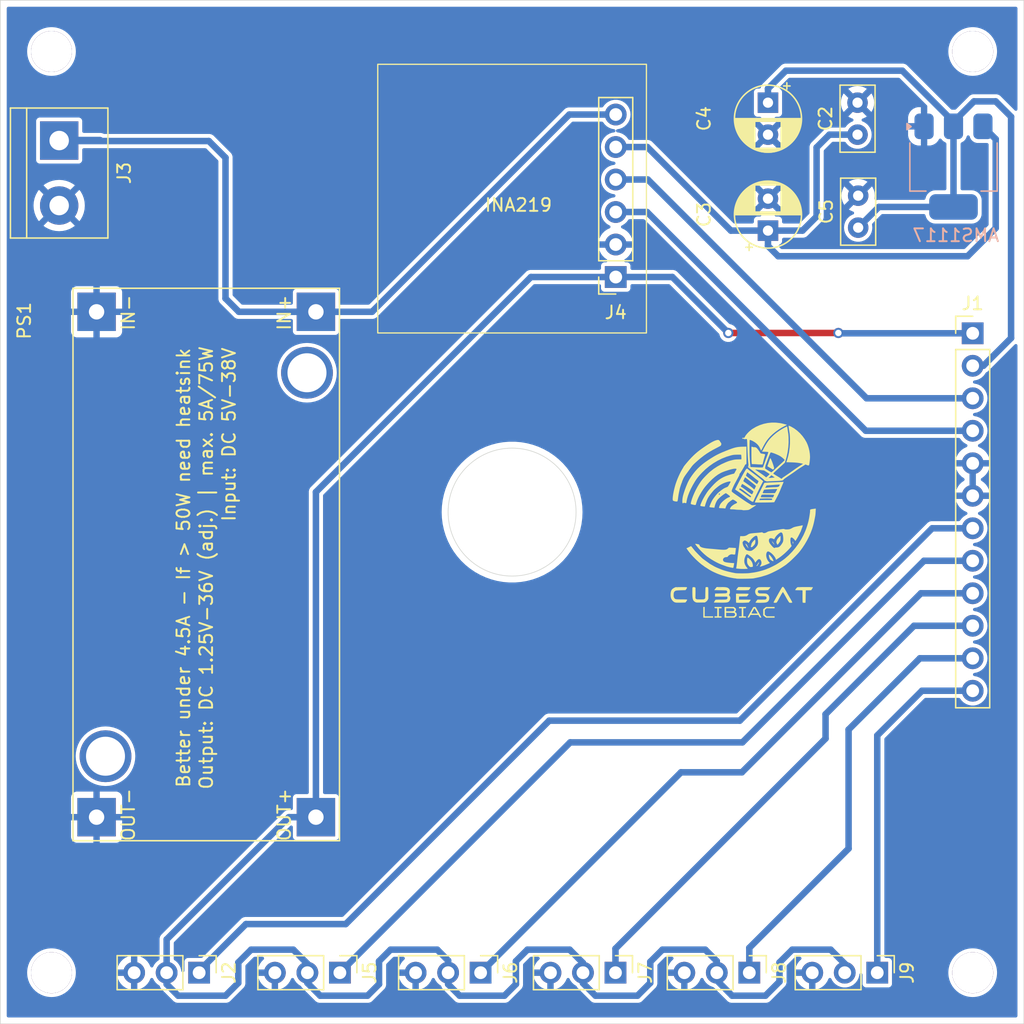
<source format=kicad_pcb>
(kicad_pcb (version 20240108) (generator "pcbnew") (generator_version "8.0")
  (layers (0 "F.Cu" signal) (31 "B.Cu" signal) (34 "B.Paste" user) (35 "F.Paste" user) (36 "B.SilkS" user "B.Silkscreen") (37 "F.SilkS" user "F.Silkscreen") (38 "B.Mask" user) (39 "F.Mask" user) (44 "Edge.Cuts" user))
  (net 0 "")
  (net 1 "VIN-")
  (net 2 "GND")
  (net 3 "3.3V")
  (net 4 "Vin+")
  (net 5 "5V")
  (net 6 "SCL")
  (net 7 "SDA")
  (net 8 "Motor 4")
  (net 9 "Motor 3")
  (net 10 "Motor 6")
  (net 11 "Motor 2")
  (net 12 "Motor 1")
  (net 13 "Motor 5")
  (footprint "MountingHole:MountingHole_3.2mm_M3_ISO14580" (layer "F.Cu") (at 4.5 -4.5)
    (property "Reference" "H3" (hide yes))
    (property "Value" "M3" (hide yes))
    (pad "" thru_hole circle (at 0 0) (size 3.2 3.2) (drill 3.2) (layers "*.Cu" "*.Mask"))
  )
  (footprint "Connector_PinHeader_2.54mm:PinHeader_1x12_P2.54mm_Vertical" (layer "F.Cu") (at 76.5 -54.475)
    (property "Reference" "J1" (at 0 -2.33 0) (layer "F.SilkS"))
    (property "Value" "MBoard")
    (pad "1" thru_hole rect (at 0 0) (size 1.7 1.7) (drill 1) (layers "*.Cu" "*.Mask") (net 5 "5V"))
    (pad "2" thru_hole oval (at 0 2.54) (size 1.7 1.7) (drill 1) (layers "*.Cu" "*.Mask") (net 3 "3.3V"))
    (pad "3" thru_hole oval (at 0 5.08) (size 1.7 1.7) (drill 1) (layers "*.Cu" "*.Mask") (net 7 "SDA"))
    (pad "4" thru_hole oval (at 0 7.62) (size 1.7 1.7) (drill 1) (layers "*.Cu" "*.Mask") (net 6 "SCL"))
    (pad "5" thru_hole oval (at 0 10.16) (size 1.7 1.7) (drill 1) (layers "*.Cu" "*.Mask") (net 2 "GND"))
    (pad "6" thru_hole oval (at 0 12.7) (size 1.7 1.7) (drill 1) (layers "*.Cu" "*.Mask") (net 2 "GND"))
    (pad "7" thru_hole oval (at 0 15.24) (size 1.7 1.7) (drill 1) (layers "*.Cu" "*.Mask") (net 12 "Motor 1"))
    (pad "8" thru_hole oval (at 0 17.78) (size 1.7 1.7) (drill 1) (layers "*.Cu" "*.Mask") (net 11 "Motor 2"))
    (pad "9" thru_hole oval (at 0 20.32) (size 1.7 1.7) (drill 1) (layers "*.Cu" "*.Mask") (net 9 "Motor 3"))
    (pad "10" thru_hole oval (at 0 22.86) (size 1.7 1.7) (drill 1) (layers "*.Cu" "*.Mask") (net 8 "Motor 4"))
    (pad "11" thru_hole oval (at 0 25.4) (size 1.7 1.7) (drill 1) (layers "*.Cu" "*.Mask") (net 13 "Motor 5"))
    (pad "12" thru_hole oval (at 0 27.94) (size 1.7 1.7) (drill 1) (layers "*.Cu" "*.Mask") (net 10 "Motor 6"))
  )
  (footprint "Libiac_lib:XL4005_DC-DC" (layer "F.Cu") (at 6.181 -57.995 -90)
    (property "Reference" "PS1" (at 2.54 3.81 90) (layer "F.SilkS"))
    (property "Value" "XL4005_DC-DC")
    (fp_text user "Output: DC 1.25V-36V (adj.) | max. 5A/75W" (at 21.844 -10.414 90) (layer "F.SilkS"))
    (fp_text user "IN+" (at 1.905 -16.51 90) (layer "F.SilkS"))
    (fp_text user "OUT+" (at 41.148 -16.51 90) (layer "F.SilkS"))
    (fp_text user "Input: DC 5V-38V" (at 11.43 -12.192 90) (layer "F.SilkS"))
    (fp_text user "Better under 4.5A - If > 50W need heatsink" (at 21.844 -8.636 90) (layer "F.SilkS"))
    (fp_text user "IN-" (at 1.905 -4.318 90) (layer "F.SilkS"))
    (fp_text user "OUT-" (at 41.148 -4.318 90) (layer "F.SilkS"))
    (pad "" thru_hole circle (at 6.604 -18.288 270) (size 4.048 4.048) (drill 3.048) (layers "*.Cu" "*.Mask"))
    (pad "" thru_hole circle (at 36.576 -2.54 270) (size 4.048 4.048) (drill 3.048) (layers "*.Cu" "*.Mask"))
    (pad "1" thru_hole rect (at 1.8415 -18.9865 270) (size 3 3) (drill 1.2) (layers "*.Cu" "*.Mask") (net 4 "Vin+"))
    (pad "2" thru_hole rect (at 1.8415 -1.8415 270) (size 3 3) (drill 1.2) (layers "*.Cu" "*.Mask") (net 2 "GND"))
    (pad "3" thru_hole rect (at 41.3385 -18.9865 270) (size 3 3) (drill 1.2) (layers "*.Cu" "*.Mask") (net 5 "5V"))
    (pad "4" thru_hole rect (at 41.3385 -1.8415 270) (size 3 3) (drill 1.2) (layers "*.Cu" "*.Mask") (net 2 "GND"))
  )
  (footprint "Capacitor_THT:CP_Radial_D5.0mm_P2.50mm" (layer "F.Cu") (at 60.5 -62.5 90)
    (property "Reference" "C3" (at 1.25 -5 90) (layer "F.SilkS"))
    (property "Value" "10uF")
    (pad "1" thru_hole rect (at 0 0 90) (size 1.6 1.6) (drill 0.8) (layers "*.Cu" "*.Mask") (net 1 "VIN-"))
    (pad "2" thru_hole circle (at 2.5 0 90) (size 1.6 1.6) (drill 0.8) (layers "*.Cu" "*.Mask") (net 2 "GND"))
  )
  (footprint "Connector_PinHeader_2.54mm:PinHeader_1x03_P2.54mm_Vertical" (layer "F.Cu") (at 48.58 -4.5 -90)
    (property "Reference" "J7" (at 0 -2.33 90) (layer "F.SilkS"))
    (property "Value" "SERVO4")
    (pad "1" thru_hole rect (at 0 0 270) (size 1.7 1.7) (drill 1) (layers "*.Cu" "*.Mask") (net 8 "Motor 4"))
    (pad "2" thru_hole oval (at 0 2.54 270) (size 1.7 1.7) (drill 1) (layers "*.Cu" "*.Mask") (net 5 "5V"))
    (pad "3" thru_hole oval (at 0 5.08 270) (size 1.7 1.7) (drill 1) (layers "*.Cu" "*.Mask") (net 2 "GND"))
  )
  (footprint "Libiac:Libiac" (layer "F.Cu") (at 58.5 -39.5)
    (property "Reference" "G***" (hide yes))
    (property "Value" "LOGO" (hide yes))
  )
  (footprint "Capacitor_THT:C_Disc_D5.0mm_W2.5mm_P2.50mm" (layer "F.Cu") (at 67.5 -70 90)
    (property "Reference" "C2" (at 1.25 -2.5 90) (layer "F.SilkS"))
    (property "Value" "100nF")
    (pad "1" thru_hole circle (at 0 0 90) (size 1.6 1.6) (drill 0.8) (layers "*.Cu" "*.Mask") (net 1 "VIN-"))
    (pad "2" thru_hole circle (at 2.5 0 90) (size 1.6 1.6) (drill 0.8) (layers "*.Cu" "*.Mask") (net 2 "GND"))
  )
  (footprint "Connector_PinHeader_2.54mm:PinHeader_1x03_P2.54mm_Vertical" (layer "F.Cu") (at 38.04 -4.5 -90)
    (property "Reference" "J6" (at 0 -2.33 90) (layer "F.SilkS"))
    (property "Value" "SERVO3")
    (pad "1" thru_hole rect (at 0 0 270) (size 1.7 1.7) (drill 1) (layers "*.Cu" "*.Mask") (net 9 "Motor 3"))
    (pad "2" thru_hole oval (at 0 2.54 270) (size 1.7 1.7) (drill 1) (layers "*.Cu" "*.Mask") (net 5 "5V"))
    (pad "3" thru_hole oval (at 0 5.08 270) (size 1.7 1.7) (drill 1) (layers "*.Cu" "*.Mask") (net 2 "GND"))
  )
  (footprint "TerminalBlock:TerminalBlock_bornier-2_P5.08mm" (layer "F.Cu") (at 5.1 -69.54 -90)
    (property "Reference" "J3" (at 2.54 -5.08 90) (layer "F.SilkS"))
    (property "Value" "PWR")
    (pad "1" thru_hole rect (at 0 0 270) (size 3 3) (drill 1.52) (layers "*.Cu" "*.Mask") (net 4 "Vin+"))
    (pad "2" thru_hole circle (at 5.08 0 270) (size 3 3) (drill 1.52) (layers "*.Cu" "*.Mask") (net 2 "GND"))
  )
  (footprint "MountingHole:MountingHole_3.2mm_M3_ISO14580" (layer "F.Cu") (at 76.5 -4.5)
    (property "Reference" "H4" (hide yes))
    (property "Value" "M4" (hide yes))
    (pad "" thru_hole circle (at 0 0) (size 3.2 3.2) (drill 3.2) (layers "*.Cu" "*.Mask"))
  )
  (footprint "Capacitor_THT:C_Disc_D5.0mm_W2.5mm_P2.50mm" (layer "F.Cu") (at 67.5486 -62.7324 90)
    (property "Reference" "C5" (at 1.25 -2.5 90) (layer "F.SilkS"))
    (property "Value" "100nF")
    (pad "1" thru_hole circle (at 0 0 90) (size 1.6 1.6) (drill 0.8) (layers "*.Cu" "*.Mask") (net 3 "3.3V"))
    (pad "2" thru_hole circle (at 2.5 0 90) (size 1.6 1.6) (drill 0.8) (layers "*.Cu" "*.Mask") (net 2 "GND"))
  )
  (footprint "Capacitor_THT:CP_Radial_D5.0mm_P2.50mm" (layer "F.Cu") (at 60.5 -72.5 -90)
    (property "Reference" "C4" (at 1.25 5 90) (layer "F.SilkS"))
    (property "Value" "10uF")
    (pad "1" thru_hole rect (at 0 0 270) (size 1.6 1.6) (drill 0.8) (layers "*.Cu" "*.Mask") (net 3 "3.3V"))
    (pad "2" thru_hole circle (at 2.5 0 270) (size 1.6 1.6) (drill 0.8) (layers "*.Cu" "*.Mask") (net 2 "GND"))
  )
  (footprint "Connector_PinSocket_2.54mm:PinSocket_1x06_P2.54mm_Vertical" (layer "F.Cu") (at 48.600946 -58.872667 180)
    (property "Reference" "J4" (at 0 -2.77 0) (layer "F.SilkS"))
    (property "Value" "INA219" (at 7.600946 5.627333 0) (layer "F.SilkS"))
    (pad "1" thru_hole rect (at 0 0 180) (size 1.7 1.7) (drill 1) (layers "*.Cu" "*.Mask") (net 5 "5V"))
    (pad "2" thru_hole oval (at 0 2.54 180) (size 1.7 1.7) (drill 1) (layers "*.Cu" "*.Mask") (net 2 "GND"))
    (pad "3" thru_hole oval (at 0 5.08 180) (size 1.7 1.7) (drill 1) (layers "*.Cu" "*.Mask") (net 6 "SCL"))
    (pad "4" thru_hole oval (at 0 7.62 180) (size 1.7 1.7) (drill 1) (layers "*.Cu" "*.Mask") (net 7 "SDA"))
    (pad "5" thru_hole oval (at 0 10.16 180) (size 1.7 1.7) (drill 1) (layers "*.Cu" "*.Mask") (net 1 "VIN-"))
    (pad "6" thru_hole oval (at 0 12.7 180) (size 1.7 1.7) (drill 1) (layers "*.Cu" "*.Mask") (net 4 "Vin+"))
  )
  (footprint "MountingHole:MountingHole_3.2mm_M3_ISO14580" (layer "F.Cu") (at 4.5 -76.5)
    (property "Reference" "H1" (hide yes))
    (property "Value" "M1" (hide yes))
    (pad "" thru_hole circle (at 0 0) (size 3.2 3.2) (drill 3.2) (layers "*.Cu" "*.Mask"))
  )
  (footprint "Connector_PinHeader_2.54mm:PinHeader_1x03_P2.54mm_Vertical" (layer "F.Cu") (at 16.04 -4.5 -90)
    (property "Reference" "J2" (at 0 -2.33 90) (layer "F.SilkS"))
    (property "Value" "SERVO1")
    (pad "1" thru_hole rect (at 0 0 270) (size 1.7 1.7) (drill 1) (layers "*.Cu" "*.Mask") (net 12 "Motor 1"))
    (pad "2" thru_hole oval (at 0 2.54 270) (size 1.7 1.7) (drill 1) (layers "*.Cu" "*.Mask") (net 5 "5V"))
    (pad "3" thru_hole oval (at 0 5.08 270) (size 1.7 1.7) (drill 1) (layers "*.Cu" "*.Mask") (net 2 "GND"))
  )
  (footprint "MountingHole:MountingHole_3.2mm_M3_ISO14580" (layer "F.Cu") (at 76.5 -76.5)
    (property "Reference" "H2" (hide yes))
    (property "Value" "M2" (hide yes))
    (pad "" thru_hole circle (at 0 0) (size 3.2 3.2) (drill 3.2) (layers "*.Cu" "*.Mask"))
  )
  (footprint "Connector_PinHeader_2.54mm:PinHeader_1x03_P2.54mm_Vertical" (layer "F.Cu") (at 27.04 -4.5 -90)
    (property "Reference" "J5" (at 0 -2.33 90) (layer "F.SilkS"))
    (property "Value" "SERVO2")
    (pad "1" thru_hole rect (at 0 0 270) (size 1.7 1.7) (drill 1) (layers "*.Cu" "*.Mask") (net 11 "Motor 2"))
    (pad "2" thru_hole oval (at 0 2.54 270) (size 1.7 1.7) (drill 1) (layers "*.Cu" "*.Mask") (net 5 "5V"))
    (pad "3" thru_hole oval (at 0 5.08 270) (size 1.7 1.7) (drill 1) (layers "*.Cu" "*.Mask") (net 2 "GND"))
  )
  (footprint "Connector_PinHeader_2.54mm:PinHeader_1x03_P2.54mm_Vertical" (layer "F.Cu") (at 69.04 -4.5 -90)
    (property "Reference" "J9" (at 0 -2.33 90) (layer "F.SilkS"))
    (property "Value" "SERVO6")
    (pad "1" thru_hole rect (at 0 0 270) (size 1.7 1.7) (drill 1) (layers "*.Cu" "*.Mask") (net 10 "Motor 6"))
    (pad "2" thru_hole oval (at 0 2.54 270) (size 1.7 1.7) (drill 1) (layers "*.Cu" "*.Mask") (net 5 "5V"))
    (pad "3" thru_hole oval (at 0 5.08 270) (size 1.7 1.7) (drill 1) (layers "*.Cu" "*.Mask") (net 2 "GND"))
  )
  (footprint "Connector_PinHeader_2.54mm:PinHeader_1x03_P2.54mm_Vertical" (layer "F.Cu") (at 59.04 -4.5 -90)
    (property "Reference" "J8" (at 0 -2.33 90) (layer "F.SilkS"))
    (property "Value" "SERVO5")
    (pad "1" thru_hole rect (at 0 0 270) (size 1.7 1.7) (drill 1) (layers "*.Cu" "*.Mask") (net 13 "Motor 5"))
    (pad "2" thru_hole oval (at 0 2.54 270) (size 1.7 1.7) (drill 1) (layers "*.Cu" "*.Mask") (net 5 "5V"))
    (pad "3" thru_hole oval (at 0 5.08 270) (size 1.7 1.7) (drill 1) (layers "*.Cu" "*.Mask") (net 2 "GND"))
  )
  (footprint "Package_TO_SOT_SMD:SOT-223-3_TabPin2" (layer "B.Cu") (at 75 -67.5 -90)
    (property "Reference" "U2")
    (property "Value" "AMS1117" (at 5.369852 -0.182217 0) (layer "B.SilkS") (effects (justify mirror)))
    (pad "1" smd roundrect (at -3.15 2.3 270) (size 2 1.5) (layers "B.Cu" "B.Paste" "B.Mask") (net 2 "GND"))
    (pad "2" smd roundrect (at -3.15 0 270) (size 2 1.5) (layers "B.Cu" "B.Paste" "B.Mask") (net 3 "3.3V"))
    (pad "2" smd roundrect (at 3.15 0 270) (size 2 3.8) (layers "B.Cu" "B.Paste" "B.Mask") (net 3 "3.3V"))
    (pad "3" smd roundrect (at -3.15 -2.3 270) (size 2 1.5) (layers "B.Cu" "B.Paste" "B.Mask") (net 1 "VIN-"))
  )
  (gr_rect (start 30 -75.5) (end 51 -54.5) (stroke (width 0.1)) (fill none) (layer "F.SilkS"))
  (gr_rect (start 0.5 -80.5) (end 80.5 -0.5) (stroke (width 0.05)) (fill none) (layer "Edge.Cuts"))
  (gr_circle (center 40.5 -40.5) (end 45.5 -40.5) (stroke (width 0.05)) (fill none) (layer "Edge.Cuts"))
  (segment (start 48.600946 -69.032667) (end 51.067333 -69.032667) (width 0.508) (layer "B.Cu") (net 1))
  (segment (start 61.3 -60.5) (end 76.1 -60.5) (width 0.508) (layer "B.Cu") (net 1))
  (segment (start 63.2 -62.5) (end 60.5 -62.5) (width 0.508) (layer "B.Cu") (net 1))
  (segment (start 78.3 -62.7) (end 78.3 -69.65) (width 0.508) (layer "B.Cu") (net 1))
  (segment (start 65.3 -70) (end 64.3 -69) (width 0.508) (layer "B.Cu") (net 1))
  (segment (start 60.5 -61.3) (end 61.3 -60.5) (width 0.508) (layer "B.Cu") (net 1))
  (segment (start 67.5 -70) (end 65.3 -70) (width 0.508) (layer "B.Cu") (net 1))
  (segment (start 64.3 -63.6) (end 63.2 -62.5) (width 0.508) (layer "B.Cu") (net 1))
  (segment (start 64.3 -69) (end 64.3 -63.6) (width 0.508) (layer "B.Cu") (net 1))
  (segment (start 57.6 -62.5) (end 60.5 -62.5) (width 0.508) (layer "B.Cu") (net 1))
  (segment (start 60.5 -62.5) (end 60.5 -61.3) (width 0.508) (layer "B.Cu") (net 1))
  (segment (start 76.1 -60.5) (end 78.3 -62.7) (width 0.508) (layer "B.Cu") (net 1))
  (segment (start 78.3 -69.65) (end 77.3 -70.65) (width 0.508) (layer "B.Cu") (net 1))
  (segment (start 51.067333 -69.032667) (end 57.6 -62.5) (width 0.508) (layer "B.Cu") (net 1))
  (segment (start 61.9 -75) (end 60.5 -73.6) (width 0.508) (layer "B.Cu") (net 3))
  (segment (start 75 -71) (end 76.6 -72.6) (width 0.508) (layer "B.Cu") (net 3))
  (segment (start 75 -64.35) (end 69.1662 -64.35) (width 0.508) (layer "B.Cu") (net 3))
  (segment (start 79.5 -54.1) (end 77.335 -51.935) (width 0.508) (layer "B.Cu") (net 3))
  (segment (start 75 -70.65) (end 75 -71) (width 0.508) (layer "B.Cu") (net 3))
  (segment (start 75 -70.65) (end 75 -64.35) (width 0.508) (layer "B.Cu") (net 3))
  (segment (start 75 -71) (end 71 -75) (width 0.508) (layer "B.Cu") (net 3))
  (segment (start 78.3 -72.6) (end 79.5 -71.4) (width 0.508) (layer "B.Cu") (net 3))
  (segment (start 76.6 -72.6) (end 78.3 -72.6) (width 0.508) (layer "B.Cu") (net 3))
  (segment (start 60.5 -73.6) (end 60.5 -72.5) (width 0.508) (layer "B.Cu") (net 3))
  (segment (start 71 -75) (end 61.9 -75) (width 0.508) (layer "B.Cu") (net 3))
  (segment (start 79.5 -71.4) (end 79.5 -54.1) (width 0.508) (layer "B.Cu") (net 3))
  (segment (start 77.335 -51.935) (end 76.5 -51.935) (width 0.508) (layer "B.Cu") (net 3))
  (segment (start 69.1662 -64.35) (end 67.5486 -62.7324) (width 0.508) (layer "B.Cu") (net 3))
  (segment (start 25.1675 -56.1535) (end 19.1465 -56.1535) (width 0.508) (layer "B.Cu") (net 4))
  (segment (start 44.972667 -71.572667) (end 29.5535 -56.1535) (width 0.508) (layer "B.Cu") (net 4))
  (segment (start 18.1 -57.2) (end 18.1 -68.2) (width 0.508) (layer "B.Cu") (net 4))
  (segment (start 5.1 -69.54) (end 5.14 -69.58) (width 0.508) (layer "B.Cu") (net 4))
  (segment (start 18.1 -68.2) (end 16.8 -69.5) (width 0.508) (layer "B.Cu") (net 4))
  (segment (start 16.8 -69.5) (end 5.14 -69.5) (width 0.508) (layer "B.Cu") (net 4))
  (segment (start 48.600946 -71.572667) (end 44.972667 -71.572667) (width 0.508) (layer "B.Cu") (net 4))
  (segment (start 19.1465 -56.1535) (end 18.1 -57.2) (width 0.508) (layer "B.Cu") (net 4))
  (segment (start 5.14 -69.5) (end 5.1 -69.54) (width 0.508) (layer "B.Cu") (net 4))
  (segment (start 5.14 -69.58) (end 8.3 -69.58) (width 0.508) (layer "B.Cu") (net 4))
  (segment (start 29.5535 -56.1535) (end 25.1675 -56.1535) (width 0.508) (layer "B.Cu") (net 4))
  (segment (start 66 -54.5) (end 57.4 -54.5) (width 0.508) (layer "F.Cu") (net 5))
  (via (at 57.4 -54.5) (size 0.8) (drill 0.5) (layers "F.Cu" "B.Cu") (net 5))
  (via (at 66 -54.5) (size 0.8) (drill 0.5) (layers "F.Cu" "B.Cu") (net 5))
  (segment (start 40.8 -5.4) (end 40.8 -3.6) (width 0.508) (layer "B.Cu") (net 5))
  (segment (start 41.972667 -58.872667) (end 25.1675 -42.0675) (width 0.508) (layer "B.Cu") (net 5))
  (segment (start 24.5 -3.7) (end 24.5 -4.5) (width 0.508) (layer "B.Cu") (net 5))
  (segment (start 19.1 -3.7) (end 18.1 -2.7) (width 0.508) (layer "B.Cu") (net 5))
  (segment (start 55.6 -6.3) (end 52.25 -6.3) (width 0.508) (layer "B.Cu") (net 5))
  (segment (start 56.5 -5.4) (end 55.6 -6.3) (width 0.508) (layer "B.Cu") (net 5))
  (segment (start 35.5 -5.45) (end 34.65 -6.3) (width 0.508) (layer "B.Cu") (net 5))
  (segment (start 57.7 -2.7) (end 56.5 -3.9) (width 0.508) (layer "B.Cu") (net 5))
  (segment (start 50.3 -2.7) (end 47.02 -2.7) (width 0.508) (layer "B.Cu") (net 5))
  (segment (start 23.4 -6.3) (end 20.1 -6.3) (width 0.508) (layer "B.Cu") (net 5))
  (segment (start 46.04 -5.26) (end 45 -6.3) (width 0.508) (layer "B.Cu") (net 5))
  (segment (start 25.5 -2.7) (end 24.5 -3.7) (width 0.508) (layer "B.Cu") (net 5))
  (segment (start 35.5 -3.6) (end 35.5 -4.5) (width 0.508) (layer "B.Cu") (net 5))
  (segment (start 57.4 -54.5) (end 53.027333 -58.872667) (width 0.508) (layer "B.Cu") (net 5))
  (segment (start 20.1 -6.3) (end 19.1 -5.3) (width 0.508) (layer "B.Cu") (net 5))
  (segment (start 30.1 -3.6) (end 29.2 -2.7) (width 0.508) (layer "B.Cu") (net 5))
  (segment (start 23.0565 -16.6565) (end 25.1675 -16.6565) (width 0.508) (layer "B.Cu") (net 5))
  (segment (start 56.5 -3.9) (end 56.5 -4.5) (width 0.508) (layer "B.Cu") (net 5))
  (segment (start 66.5 -4.5) (end 66.5 -5.2) (width 0.508) (layer "B.Cu") (net 5))
  (segment (start 66.5 -5.2) (end 65.4 -6.3) (width 0.508) (layer "B.Cu") (net 5))
  (segment (start 62.4 -6.3) (end 61.4 -5.3) (width 0.508) (layer "B.Cu") (net 5))
  (segment (start 41.7 -6.3) (end 40.8 -5.4) (width 0.508) (layer "B.Cu") (net 5))
  (segment (start 30.1 -5.4) (end 30.1 -3.6) (width 0.508) (layer "B.Cu") (net 5))
  (segment (start 39.9 -2.7) (end 36.4 -2.7) (width 0.508) (layer "B.Cu") (net 5))
  (segment (start 25.1675 -42.0675) (end 25.1675 -16.6565) (width 0.508) (layer "B.Cu") (net 5))
  (segment (start 60.3 -2.7) (end 57.7 -2.7) (width 0.508) (layer "B.Cu") (net 5))
  (segment (start 36.4 -2.7) (end 35.5 -3.6) (width 0.508) (layer "B.Cu") (net 5))
  (segment (start 31 -6.3) (end 30.1 -5.4) (width 0.508) (layer "B.Cu") (net 5))
  (segment (start 47.02 -2.7) (end 46.04 -3.68) (width 0.508) (layer "B.Cu") (net 5))
  (segment (start 40.8 -3.6) (end 39.9 -2.7) (width 0.508) (layer "B.Cu") (net 5))
  (segment (start 35.5 -4.5) (end 35.5 -5.45) (width 0.508) (layer "B.Cu") (net 5))
  (segment (start 61.4 -3.8) (end 60.3 -2.7) (width 0.508) (layer "B.Cu") (net 5))
  (segment (start 61.4 -5.3) (end 61.4 -3.8) (width 0.508) (layer "B.Cu") (net 5))
  (segment (start 24.5 -5.2) (end 23.4 -6.3) (width 0.508) (layer "B.Cu") (net 5))
  (segment (start 13.5 -7.1) (end 23.0565 -16.6565) (width 0.508) (layer "B.Cu") (net 5))
  (segment (start 46.04 -3.68) (end 46.04 -4.5) (width 0.508) (layer "B.Cu") (net 5))
  (segment (start 65.4 -6.3) (end 62.4 -6.3) (width 0.508) (layer "B.Cu") (net 5))
  (segment (start 53.027333 -58.872667) (end 48.600946 -58.872667) (width 0.508) (layer "B.Cu") (net 5))
  (segment (start 66.025 -54.475) (end 66 -54.5) (width 0.508) (layer "B.Cu") (net 5))
  (segment (start 14.4 -2.7) (end 13.5 -3.6) (width 0.508) (layer "B.Cu") (net 5))
  (segment (start 48.600946 -58.872667) (end 41.972667 -58.872667) (width 0.508) (layer "B.Cu") (net 5))
  (segment (start 56.5 -4.5) (end 56.5 -5.4) (width 0.508) (layer "B.Cu") (net 5))
  (segment (start 51.3 -3.7) (end 50.3 -2.7) (width 0.508) (layer "B.Cu") (net 5))
  (segment (start 34.65 -6.3) (end 31 -6.3) (width 0.508) (layer "B.Cu") (net 5))
  (segment (start 52.25 -6.3) (end 51.3 -5.35) (width 0.508) (layer "B.Cu") (net 5))
  (segment (start 51.3 -5.35) (end 51.3 -3.7) (width 0.508) (layer "B.Cu") (net 5))
  (segment (start 46.04 -4.5) (end 46.04 -5.26) (width 0.508) (layer "B.Cu") (net 5))
  (segment (start 18.1 -2.7) (end 14.4 -2.7) (width 0.508) (layer "B.Cu") (net 5))
  (segment (start 13.5 -3.6) (end 13.5 -4.5) (width 0.508) (layer "B.Cu") (net 5))
  (segment (start 76.5 -54.475) (end 66.025 -54.475) (width 0.508) (layer "B.Cu") (net 5))
  (segment (start 45 -6.3) (end 41.7 -6.3) (width 0.508) (layer "B.Cu") (net 5))
  (segment (start 19.1 -5.3) (end 19.1 -3.7) (width 0.508) (layer "B.Cu") (net 5))
  (segment (start 13.5 -4.5) (end 13.5 -7.1) (width 0.508) (layer "B.Cu") (net 5))
  (segment (start 24.5 -4.5) (end 24.5 -5.2) (width 0.508) (layer "B.Cu") (net 5))
  (segment (start 29.2 -2.7) (end 25.5 -2.7) (width 0.508) (layer "B.Cu") (net 5))
  (segment (start 48.600946 -63.952667) (end 51.047333 -63.952667) (width 0.508) (layer "B.Cu") (net 6))
  (segment (start 68.145 -46.855) (end 76.5 -46.855) (width 0.508) (layer "B.Cu") (net 6))
  (segment (start 51.047333 -63.952667) (end 68.145 -46.855) (width 0.508) (layer "B.Cu") (net 6))
  (segment (start 48.600946 -66.492667) (end 51.107333 -66.492667) (width 0.508) (layer "B.Cu") (net 7))
  (segment (start 68.205 -49.395) (end 76.5 -49.395) (width 0.508) (layer "B.Cu") (net 7))
  (segment (start 51.107333 -66.492667) (end 68.205 -49.395) (width 0.508) (layer "B.Cu") (net 7))
  (segment (start 71.915 -31.615) (end 76.5 -31.615) (width 0.508) (layer "B.Cu") (net 8))
  (segment (start 48.58 -6.38) (end 65 -22.8) (width 0.508) (layer "B.Cu") (net 8))
  (segment (start 65 -22.8) (end 65 -24.7) (width 0.508) (layer "B.Cu") (net 8))
  (segment (start 65 -24.7) (end 71.915 -31.615) (width 0.508) (layer "B.Cu") (net 8))
  (segment (start 48.58 -4.5) (end 48.58 -6.38) (width 0.508) (layer "B.Cu") (net 8))
  (segment (start 58.46 -20.16) (end 72.455 -34.155) (width 0.508) (layer "B.Cu") (net 9))
  (segment (start 72.455 -34.155) (end 76.5 -34.155) (width 0.508) (layer "B.Cu") (net 9))
  (segment (start 53.7 -20.16) (end 58.46 -20.16) (width 0.508) (layer "B.Cu") (net 9))
  (segment (start 38.04 -4.5) (end 53.7 -20.16) (width 0.508) (layer "B.Cu") (net 9))
  (segment (start 72.535 -26.535) (end 76.5 -26.535) (width 0.508) (layer "B.Cu") (net 10))
  (segment (start 69.04 -23.04) (end 72.535 -26.535) (width 0.508) (layer "B.Cu") (net 10))
  (segment (start 69.04 -4.5) (end 69.04 -23.04) (width 0.508) (layer "B.Cu") (net 10))
  (segment (start 72.695 -36.695) (end 76.5 -36.695) (width 0.508) (layer "B.Cu") (net 11))
  (segment (start 58.5 -22.5) (end 72.695 -36.695) (width 0.508) (layer "B.Cu") (net 11))
  (segment (start 27.04 -4.5) (end 45.04 -22.5) (width 0.508) (layer "B.Cu") (net 11))
  (segment (start 45.04 -22.5) (end 58.5 -22.5) (width 0.508) (layer "B.Cu") (net 11))
  (segment (start 16.04 -4.64) (end 19.7 -8.3) (width 0.508) (layer "B.Cu") (net 12))
  (segment (start 43.4 -24.2) (end 58.3 -24.2) (width 0.508) (layer "B.Cu") (net 12))
  (segment (start 58.3 -24.2) (end 73.335 -39.235) (width 0.508) (layer "B.Cu") (net 12))
  (segment (start 27.5 -8.3) (end 43.4 -24.2) (width 0.508) (layer "B.Cu") (net 12))
  (segment (start 73.335 -39.235) (end 76.5 -39.235) (width 0.508) (layer "B.Cu") (net 12))
  (segment (start 16.04 -4.5) (end 16.04 -4.64) (width 0.508) (layer "B.Cu") (net 12))
  (segment (start 19.7 -8.3) (end 27.5 -8.3) (width 0.508) (layer "B.Cu") (net 12))
  (segment (start 59.04 -6.44) (end 66.8 -14.2) (width 0.508) (layer "B.Cu") (net 13))
  (segment (start 59.04 -4.5) (end 59.04 -6.44) (width 0.508) (layer "B.Cu") (net 13))
  (segment (start 66.8 -14.2) (end 66.8 -23.5) (width 0.508) (layer "B.Cu") (net 13))
  (segment (start 72.375 -29.075) (end 76.5 -29.075) (width 0.508) (layer "B.Cu") (net 13))
  (segment (start 66.8 -23.5) (end 72.375 -29.075) (width 0.508) (layer "B.Cu") (net 13))
  (zone (net 2) (net_name "GND") (layer "B.Cu") (connect_pads (clearance 0.3)) (min_thickness 0.25) (fill yes (thermal_gap 0.5) (thermal_bridge_width 0.5))
    (polygon (pts (xy 0.5 -80.5) (xy 80.5 -80.5) (xy 80.5 -0.5) (xy 0.5 -0.5)))
  )
)
</source>
